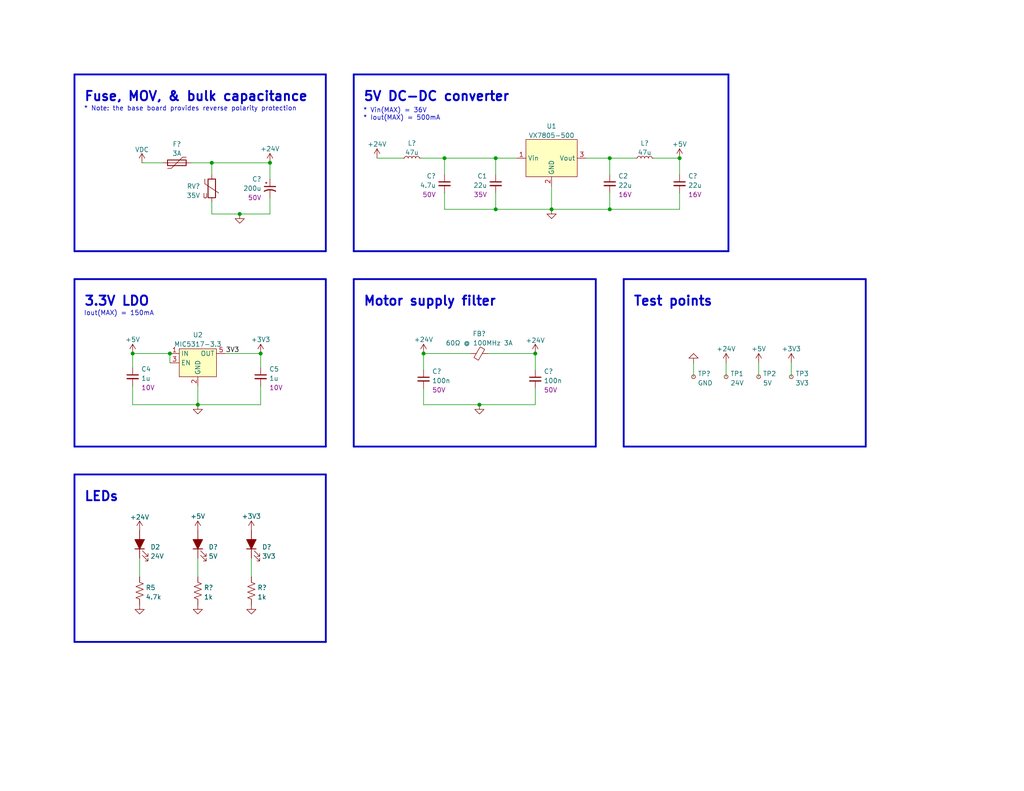
<source format=kicad_sch>
(kicad_sch (version 20211123) (generator eeschema)
  (paper "USLetter")
  (title_block (title "Candela Head") (date "2022-07-27") (rev "v1") (company "Winterbloom") (comment 1 "Alethea Flowers") (comment 2 "CERN-OHL-P V2"))
  (lib_symbols
    (symbol "Connector:TestPoint_Small" (pin_numbers hide) (pin_names (offset 0.762) hide)
      (property "Reference" "TP" (at 0 3.81 0))
      (property "Value" "TestPoint_Small" (at 0 2.032 0))
      (symbol "TestPoint_Small_0_1"
        (circle (center 0 0) (radius 0.508))
      )
      (symbol "TestPoint_Small_1_1"
        (pin passive line (at 0 0 90) (length 0) (name "1") (number "1"))
      )
    )
    (symbol "Device:C_Polarized_Small_US" (pin_numbers hide) (pin_names (offset 0.254) hide)
      (property "Reference" "C" (at 0.254 1.778 0))
      (property "Value" "C_Polarized_Small_US" (at 0.254 -2.032 0))
      (symbol "C_Polarized_Small_US_0_1"
        (polyline (pts (xy -1.524 0.508) (xy 1.524 0.508)) (stroke (width 0.3048)))
        (polyline (pts (xy -1.27 1.524) (xy -0.762 1.524)))
        (polyline (pts (xy -1.016 1.27) (xy -1.016 1.778)))
        (arc (start 1.524 -0.762) (mid 0 -0.3734) (end -1.524 -0.762) (stroke (width 0.3048)))
      )
      (symbol "C_Polarized_Small_US_1_1"
        (pin passive line (at 0 2.54 270) (length 2.032) (name "~") (number "1"))
        (pin passive line (at 0 -2.54 90) (length 2.032) (name "~") (number "2"))
      )
    )
    (symbol "Device:C_Small" (pin_numbers hide) (pin_names (offset 0.254) hide)
      (property "Reference" "C" (at 0.254 1.778 0))
      (property "Value" "C_Small" (at 0.254 -2.032 0))
      (symbol "C_Small_0_1"
        (polyline (pts (xy -1.524 -0.508) (xy 1.524 -0.508)) (stroke (width 0.3302)))
        (polyline (pts (xy -1.524 0.508) (xy 1.524 0.508)) (stroke (width 0.3048)))
      )
      (symbol "C_Small_1_1"
        (pin passive line (at 0 2.54 270) (length 2.032) (name "~") (number "1"))
        (pin passive line (at 0 -2.54 90) (length 2.032) (name "~") (number "2"))
      )
    )
    (symbol "Device:FerriteBead_Small" (pin_numbers hide) (pin_names (offset 0))
      (property "Reference" "FB" (at 1.905 1.27 0))
      (property "Value" "FerriteBead_Small" (at 1.905 -1.27 0))
      (symbol "FerriteBead_Small_0_1"
        (polyline (pts (xy 0 -1.27) (xy 0 -0.7874)))
        (polyline (pts (xy 0 0.889) (xy 0 1.2954)))
        (polyline (pts (xy -1.8288 0.2794) (xy -1.1176 1.4986) (xy 1.8288 -0.2032) (xy 1.1176 -1.4224) (xy -1.8288 0.2794)))
      )
      (symbol "FerriteBead_Small_1_1"
        (pin passive line (at 0 2.54 270) (length 1.27) (name "~") (number "1"))
        (pin passive line (at 0 -2.54 90) (length 1.27) (name "~") (number "2"))
      )
    )
    (symbol "Device:LED_Filled" (pin_numbers hide) (pin_names (offset 1.016) hide)
      (property "Reference" "D" (at 0 2.54 0))
      (property "Value" "LED_Filled" (at 0 -2.54 0))
      (symbol "LED_Filled_0_1"
        (polyline (pts (xy -1.27 -1.27) (xy -1.27 1.27)) (stroke (width 0.254)))
        (polyline (pts (xy -1.27 0) (xy 1.27 0)))
        (polyline (pts (xy 1.27 -1.27) (xy 1.27 1.27) (xy -1.27 0) (xy 1.27 -1.27)) (stroke (width 0.254)) (fill (type outline)))
        (polyline (pts (xy -3.048 -0.762) (xy -4.572 -2.286) (xy -3.81 -2.286) (xy -4.572 -2.286) (xy -4.572 -1.524)))
        (polyline (pts (xy -1.778 -0.762) (xy -3.302 -2.286) (xy -2.54 -2.286) (xy -3.302 -2.286) (xy -3.302 -1.524)))
      )
      (symbol "LED_Filled_1_1"
        (pin passive line (at -3.81 0 0) (length 2.54) (name "K") (number "1"))
        (pin passive line (at 3.81 0 180) (length 2.54) (name "A") (number "2"))
      )
    )
    (symbol "Device:L_Small" (pin_numbers hide) (pin_names (offset 0.254) hide)
      (property "Reference" "L" (at 0.762 1.016 0))
      (property "Value" "L_Small" (at 0.762 -1.016 0))
      (symbol "L_Small_0_1"
        (arc (start 0 -2.032) (mid 0.508 -1.524) (end 0 -1.016))
        (arc (start 0 -1.016) (mid 0.508 -0.508) (end 0 0))
        (arc (start 0 0) (mid 0.508 0.508) (end 0 1.016))
        (arc (start 0 1.016) (mid 0.508 1.524) (end 0 2.032))
      )
      (symbol "L_Small_1_1"
        (pin passive line (at 0 2.54 270) (length 0.508) (name "~") (number "1"))
        (pin passive line (at 0 -2.54 90) (length 0.508) (name "~") (number "2"))
      )
    )
    (symbol "Device:Polyfuse" (pin_numbers hide) (pin_names (offset 0))
      (property "Reference" "F" (at -2.54 0 90))
      (property "Value" "Polyfuse" (at 2.54 0 90))
      (symbol "Polyfuse_0_1"
        (rectangle (start -0.762 2.54) (end 0.762 -2.54) (stroke (width 0.254)))
        (polyline (pts (xy 0 2.54) (xy 0 -2.54)))
        (polyline (pts (xy -1.524 2.54) (xy -1.524 1.524) (xy 1.524 -1.524) (xy 1.524 -2.54)))
      )
      (symbol "Polyfuse_1_1"
        (pin passive line (at 0 3.81 270) (length 1.27) (name "~") (number "1"))
        (pin passive line (at 0 -3.81 90) (length 1.27) (name "~") (number "2"))
      )
    )
    (symbol "Device:R_US" (pin_numbers hide) (pin_names (offset 0))
      (property "Reference" "R" (at 2.54 0 90))
      (property "Value" "R_US" (at -2.54 0 90))
      (symbol "R_US_0_1"
        (polyline (pts (xy 0 -2.286) (xy 0 -2.54)))
        (polyline (pts (xy 0 2.286) (xy 0 2.54)))
        (polyline (pts (xy 0 -0.762) (xy 1.016 -1.143) (xy 0 -1.524) (xy -1.016 -1.905) (xy 0 -2.286)))
        (polyline (pts (xy 0 0.762) (xy 1.016 0.381) (xy 0 0) (xy -1.016 -0.381) (xy 0 -0.762)))
        (polyline (pts (xy 0 2.286) (xy 1.016 1.905) (xy 0 1.524) (xy -1.016 1.143) (xy 0 0.762)))
      )
      (symbol "R_US_1_1"
        (pin passive line (at 0 3.81 270) (length 1.27) (name "~") (number "1"))
        (pin passive line (at 0 -3.81 90) (length 1.27) (name "~") (number "2"))
      )
    )
    (symbol "Device:Varistor" (pin_numbers hide) (pin_names (offset 0))
      (property "Reference" "RV" (at 3.175 0 90))
      (property "Value" "Varistor" (at -3.175 0 90))
      (symbol "Varistor_0_0"
        (text "U" (at -1.778 -2.032 0) (effects (font (size 1.27 1.27))))
      )
      (symbol "Varistor_0_1"
        (rectangle (start -1.016 -2.54) (end 1.016 2.54) (stroke (width 0.254)))
        (polyline (pts (xy -1.905 2.54) (xy -1.905 1.27) (xy 1.905 -1.27)))
      )
      (symbol "Varistor_1_1"
        (pin passive line (at 0 3.81 270) (length 1.27) (name "~") (number "1"))
        (pin passive line (at 0 -3.81 90) (length 1.27) (name "~") (number "2"))
      )
    )
    (symbol "power:+24V" (power) (pin_names (offset 0))
      (property "Value" "+24V" (at 0 3.556 0))
      (symbol "+24V_0_1"
        (polyline (pts (xy -0.762 1.27) (xy 0 2.54)))
        (polyline (pts (xy 0 0) (xy 0 2.54)))
        (polyline (pts (xy 0 2.54) (xy 0.762 1.27)))
      )
      (symbol "+24V_1_1"
        (pin power_in line (at 0 0 90) (length 0) hide (name "+24V") (number "1"))
      )
    )
    (symbol "power:+3V3" (power) (pin_names (offset 0))
      (property "Value" "+3V3" (at 0 3.556 0))
      (symbol "+3V3_0_1"
        (polyline (pts (xy -0.762 1.27) (xy 0 2.54)))
        (polyline (pts (xy 0 0) (xy 0 2.54)))
        (polyline (pts (xy 0 2.54) (xy 0.762 1.27)))
      )
      (symbol "+3V3_1_1"
        (pin power_in line (at 0 0 90) (length 0) hide (name "+3V3") (number "1"))
      )
    )
    (symbol "power:+5V" (power) (pin_names (offset 0))
      (property "Value" "+5V" (at 0 3.556 0))
      (symbol "+5V_0_1"
        (polyline (pts (xy -0.762 1.27) (xy 0 2.54)))
        (polyline (pts (xy 0 0) (xy 0 2.54)))
        (polyline (pts (xy 0 2.54) (xy 0.762 1.27)))
      )
      (symbol "+5V_1_1"
        (pin power_in line (at 0 0 90) (length 0) hide (name "+5V") (number "1"))
      )
    )
    (symbol "power:GND" (power) (pin_names (offset 0))
      (property "Value" "GND" (at 0 -3.81 0))
      (symbol "GND_0_1"
        (polyline (pts (xy 0 0) (xy 0 -1.27) (xy 1.27 -1.27) (xy 0 -2.54) (xy -1.27 -1.27) (xy 0 -1.27)))
      )
      (symbol "GND_1_1"
        (pin power_in line (at 0 0 270) (length 0) hide (name "GND") (number "1"))
      )
    )
    (symbol "power:VDC" (power) (pin_names (offset 0))
      (property "Value" "VDC" (at 0 6.35 0))
      (symbol "VDC_0_1"
        (polyline (pts (xy -0.762 1.27) (xy 0 2.54)))
        (polyline (pts (xy 0 0) (xy 0 2.54)))
        (polyline (pts (xy 0 2.54) (xy 0.762 1.27)))
      )
      (symbol "VDC_1_1"
        (pin power_in line (at 0 0 90) (length 0) hide (name "VDC") (number "1"))
      )
    )
    (symbol "winterbloom:+24VM" (power) (pin_names (offset 0))
      (property "Value" "+24VM" (at 0 3.5758 0))
      (symbol "+24VM_0_1"
        (polyline (pts (xy -0.762 1.27) (xy 0 2.54)))
        (polyline (pts (xy 0 0) (xy 0 2.54)))
        (polyline (pts (xy 0 2.54) (xy 0.762 1.27)))
      )
      (symbol "+24VM_1_1"
        (pin power_in line (at 0 0 90) (length 0) hide (name "+24V") (number "1"))
      )
    )
    (symbol "winterbloom:MIC5317"
      (property "Reference" "U" (at 0 6.35 0))
      (property "Value" "MIC5317" (at 0 3.81 0))
      (symbol "MIC5317_0_0"
        (pin power_in line (at -7.62 1.27 0) (length 2.54) (name "IN") (number "1"))
        (pin power_in line (at 0 -7.62 90) (length 2.54) (name "GND") (number "2"))
        (pin input line (at -7.62 -1.27 0) (length 2.54) (name "EN") (number "3"))
        (pin no_connect line (at 0 0 0) (length 2.54) hide (name "NC") (number "4"))
        (pin power_out line (at 7.62 1.27 180) (length 2.54) (name "OUT") (number "5"))
      )
      (symbol "MIC5317_0_1"
        (rectangle (start -5.08 2.54) (end 5.08 -5.08) (stroke (width 0.1524)) (fill (type background)))
      )
    )
    (symbol "winterbloom:VX7805-500"
      (property "Reference" "U" (at 6.985 -6.35 0))
      (property "Value" "VX7805-500" (at 0 6.35 0))
      (symbol "VX7805-500_0_0"
        (pin power_in line (at -9.525 0 0) (length 2.54) (name "Vin") (number "1"))
        (pin power_in line (at 0 -7.62 90) (length 2.54) (name "GND") (number "2"))
        (pin power_out line (at 9.525 0 180) (length 2.54) (name "Vout") (number "3"))
      )
      (symbol "VX7805-500_0_1"
        (rectangle (start 6.985 -5.08) (end -6.985 5.08) (stroke (width 0.1524)) (fill (type background)))
      )
    )
  )
  (junction (at 73.66 44.45))
  (junction (at 46.355 96.52))
  (junction (at 57.785 44.45))
  (junction (at 65.405 58.42))
  (junction (at 71.12 96.52))
  (junction (at 115.57 96.52))
  (junction (at 121.285 43.18))
  (junction (at 135.255 57.15))
  (junction (at 36.195 96.52))
  (junction (at 166.37 57.15))
  (junction (at 53.975 110.49))
  (junction (at 166.37 43.18))
  (junction (at 150.495 57.15))
  (junction (at 130.81 110.49))
  (junction (at 185.42 43.18))
  (junction (at 146.05 96.52))
  (junction (at 135.255 43.18))
  (polyline (pts (xy 20.32 20.32) (xy 20.32 68.58)) (stroke (width 0.5) (type solid)))
  (wire (pts (xy 36.195 96.52) (xy 46.355 96.52)))
  (wire (pts (xy 71.12 96.52) (xy 71.12 100.33)))
  (polyline (pts (xy 198.755 20.32) (xy 198.755 68.58)) (stroke (width 0.5) (type solid)))
  (polyline (pts (xy 20.32 76.2) (xy 88.9 76.2)) (stroke (width 0.5) (type solid)))
  (wire (pts (xy 53.975 105.41) (xy 53.975 110.49)))
  (wire (pts (xy 166.37 43.18) (xy 173.355 43.18)))
  (polyline (pts (xy 96.52 20.32) (xy 198.755 20.32)) (stroke (width 0.5) (type solid)))
  (wire (pts (xy 65.405 58.42) (xy 73.66 58.42)))
  (wire (pts (xy 146.05 106.045) (xy 146.05 110.49)))
  (wire (pts (xy 38.1 157.48) (xy 38.1 152.4)))
  (wire (pts (xy 185.42 52.705) (xy 185.42 57.15)))
  (polyline (pts (xy 20.32 76.2) (xy 20.32 121.92)) (stroke (width 0.5) (type solid)))
  (wire (pts (xy 150.495 50.8) (xy 150.495 57.15)))
  (polyline (pts (xy 20.32 129.54) (xy 20.32 175.26)) (stroke (width 0.5) (type solid)))
  (wire (pts (xy 115.57 110.49) (xy 130.81 110.49)))
  (polyline (pts (xy 88.9 68.58) (xy 20.32 68.58)) (stroke (width 0.5) (type solid)))
  (wire (pts (xy 36.195 110.49) (xy 53.975 110.49)))
  (wire (pts (xy 115.57 96.52) (xy 115.57 100.965)))
  (wire (pts (xy 215.9 99.06) (xy 215.9 102.87)))
  (wire (pts (xy 185.42 43.18) (xy 185.42 47.625)))
  (wire (pts (xy 57.785 47.625) (xy 57.785 44.45)))
  (wire (pts (xy 53.975 157.48) (xy 53.975 152.4)))
  (wire (pts (xy 36.195 110.49) (xy 36.195 105.41)))
  (wire (pts (xy 189.23 99.06) (xy 189.23 102.87)))
  (wire (pts (xy 68.58 157.48) (xy 68.58 152.4)))
  (wire (pts (xy 140.97 43.18) (xy 135.255 43.18)))
  (wire (pts (xy 121.285 52.705) (xy 121.285 57.15)))
  (wire (pts (xy 150.495 57.15) (xy 166.37 57.15)))
  (wire (pts (xy 65.405 58.42) (xy 57.785 58.42)))
  (polyline (pts (xy 20.32 20.32) (xy 88.9 20.32)) (stroke (width 0.5) (type solid)))
  (wire (pts (xy 53.975 110.49) (xy 71.12 110.49)))
  (wire (pts (xy 207.01 99.06) (xy 207.01 102.87)))
  (wire (pts (xy 114.935 43.18) (xy 121.285 43.18)))
  (polyline (pts (xy 170.18 76.2) (xy 236.22 76.2)) (stroke (width 0.5) (type solid)))
  (wire (pts (xy 121.285 43.18) (xy 135.255 43.18)))
  (wire (pts (xy 166.37 57.15) (xy 166.37 52.705)))
  (wire (pts (xy 130.81 110.49) (xy 146.05 110.49)))
  (wire (pts (xy 52.07 44.45) (xy 57.785 44.45)))
  (wire (pts (xy 166.37 57.15) (xy 185.42 57.15)))
  (wire (pts (xy 115.57 96.52) (xy 128.27 96.52)))
  (wire (pts (xy 73.66 44.45) (xy 73.66 48.895)))
  (polyline (pts (xy 162.56 76.2) (xy 162.56 121.92)) (stroke (width 0.5) (type solid)))
  (polyline (pts (xy 88.9 121.92) (xy 20.32 121.92)) (stroke (width 0.5) (type solid)))
  (wire (pts (xy 36.195 100.33) (xy 36.195 96.52)))
  (polyline (pts (xy 162.56 121.92) (xy 96.52 121.92)) (stroke (width 0.5) (type solid)))
  (polyline (pts (xy 20.32 129.54) (xy 88.9 129.54)) (stroke (width 0.5) (type solid)))
  (wire (pts (xy 160.02 43.18) (xy 166.37 43.18)))
  (polyline (pts (xy 170.18 76.2) (xy 170.18 121.92)) (stroke (width 0.5) (type solid)))
  (polyline (pts (xy 96.52 76.2) (xy 96.52 121.92)) (stroke (width 0.5) (type solid)))
  (polyline (pts (xy 88.9 175.26) (xy 20.32 175.26)) (stroke (width 0.5) (type solid)))
  (wire (pts (xy 73.66 53.975) (xy 73.66 58.42)))
  (wire (pts (xy 121.285 57.15) (xy 135.255 57.15)))
  (polyline (pts (xy 198.755 68.58) (xy 96.52 68.58)) (stroke (width 0.5) (type solid)))
  (wire (pts (xy 135.255 57.15) (xy 150.495 57.15)))
  (wire (pts (xy 135.255 52.705) (xy 135.255 57.15)))
  (wire (pts (xy 71.12 105.41) (xy 71.12 110.49)))
  (wire (pts (xy 133.35 96.52) (xy 146.05 96.52)))
  (wire (pts (xy 38.735 44.45) (xy 44.45 44.45)))
  (wire (pts (xy 46.355 96.52) (xy 46.355 99.06)))
  (wire (pts (xy 61.595 96.52) (xy 71.12 96.52)))
  (wire (pts (xy 57.785 58.42) (xy 57.785 55.245)))
  (polyline (pts (xy 96.52 76.2) (xy 162.56 76.2)) (stroke (width 0.5) (type solid)))
  (wire (pts (xy 146.05 96.52) (xy 146.05 100.965)))
  (wire (pts (xy 135.255 43.18) (xy 135.255 47.625)))
  (polyline (pts (xy 88.9 76.2) (xy 88.9 121.92)) (stroke (width 0.5) (type solid)))
  (polyline (pts (xy 88.9 20.32) (xy 88.9 68.58)) (stroke (width 0.5) (type solid)))
  (wire (pts (xy 102.87 43.18) (xy 109.855 43.18)))
  (wire (pts (xy 198.12 99.06) (xy 198.12 102.87)))
  (wire (pts (xy 166.37 43.18) (xy 166.37 47.625)))
  (polyline (pts (xy 96.52 20.32) (xy 96.52 68.58)) (stroke (width 0.5) (type solid)))
  (polyline (pts (xy 236.22 76.2) (xy 236.22 121.92)) (stroke (width 0.5) (type solid)))
  (wire (pts (xy 178.435 43.18) (xy 185.42 43.18)))
  (wire (pts (xy 121.285 43.18) (xy 121.285 47.625)))
  (wire (pts (xy 57.785 44.45) (xy 73.66 44.45)))
  (wire (pts (xy 115.57 110.49) (xy 115.57 106.045)))
  (polyline (pts (xy 236.22 121.92) (xy 170.18 121.92)) (stroke (width 0.5) (type solid)))
  (polyline (pts (xy 88.9 129.54) (xy 88.9 175.26)) (stroke (width 0.5) (type solid)))
  (text "Test points" (at 172.72 83.82 0) (effects (font (size 2.54 2.54) (thickness 0.508) bold) (justify left bottom)))
  (text "* Note: the base board provides reverse polarity protection" (at 22.86 30.48 0) (effects (font (size 1.27 1.27)) (justify left bottom)))
  (text "Motor supply filter" (at 99.06 83.82 0) (effects (font (size 2.54 2.54) (thickness 0.508) bold) (justify left bottom)))
  (text "3.3V LDO" (at 22.86 83.82 0) (effects (font (size 2.54 2.54) (thickness 0.508) bold) (justify left bottom)))
  (text "Iout(MAX) = 150mA" (at 22.86 86.36 0) (effects (font (size 1.27 1.27)) (justify left bottom)))
  (text "LEDs" (at 22.86 137.16 0) (effects (font (size 2.54 2.54) (thickness 0.508) bold) (justify left bottom)))
  (text "* Vin(MAX) = 36V\n* Iout(MAX) = 500mA" (at 99.06 33.02 0) (effects (font (size 1.27 1.27)) (justify left bottom)))
  (text "5V DC-DC converter" (at 99.06 27.94 0) (effects (font (size 2.54 2.54) (thickness 0.508) bold) (justify left bottom)))
  (text "Fuse, MOV, & bulk capacitance" (at 22.86 27.94 0) (effects (font (size 2.54 2.54) (thickness 0.508) bold) (justify left bottom)))
  (label "3V3" (at 61.595 96.52 0))
  (symbol (lib_id "power:VDC") (at 38.735 44.45 0) (unit 1)
    (property "Reference" "#PWR?" (effects hide))
    (property "Value" "VDC" (at 38.735 40.8742 0))
  )
  (symbol (lib_id "power:+5V") (at 207.01 99.06 0) (unit 1)
    (property "Reference" "#PWR?" (effects hide))
    (property "Value" "+5V" (at 207.01 95.25 0))
  )
  (symbol (lib_id "Device:L_Small") (at 175.895 43.18 90) (unit 1)
    (property "Reference" "L?" (at 175.895 39.0992 90))
    (property "Value" "47u" (at 175.895 41.6361 90))
  )
  (symbol (lib_id "power:GND") (at 53.975 165.1 0) (unit 1)
    (property "Reference" "#PWR?" (effects hide))
    (property "Value" "GND" (effects hide))
  )
  (symbol (lib_id "power:GND") (at 65.405 58.42 0) (unit 1)
    (property "Reference" "#PWR?" (effects hide))
    (property "Value" "GND" (effects hide))
  )
  (symbol (lib_id "Device:R_US") (at 53.975 161.29 0) (unit 1)
    (property "Reference" "R?" (at 55.626 160.4553 0) (effects (justify left)))
    (property "Value" "1k" (at 55.626 162.9922 0) (effects (justify left)))
    (property "Footprint" "Resistor_SMD:R_0603_1608Metric_Pad0.98x0.95mm_HandSolder" (effects hide))
    (property "mpn" "AC0603FR-075K1L" (effects hide))
  )
  (symbol (lib_id "power:GND") (at 53.975 110.49 0) (unit 1)
    (property "Reference" "#PWR06" (effects hide))
    (property "Value" "GND" (effects hide))
  )
  (symbol (lib_id "Device:C_Small") (at 185.42 50.165 0) (unit 1)
    (property "Reference" "C?" (at 187.7441 48.0682 0) (effects (justify left)))
    (property "Value" "22u" (at 187.7441 50.6051 0) (effects (justify left)))
    (property "Footprint" "Capacitor_SMD:C_0805_2012Metric_Pad1.18x1.45mm_HandSolder" (effects hide))
    (property "mpn" "C2012X5R1V226M125AC" (effects hide))
    (property "Rating" "16V" (at 187.7441 53.142 0) (effects (justify left)))
  )
  (symbol (lib_id "Connector:TestPoint_Small") (at 198.12 102.87 180) (unit 1)
    (property "Reference" "TP1" (at 199.263 102.0353 0) (effects (justify right)))
    (property "Value" "24V" (at 199.263 104.5722 0) (effects (justify right)))
    (property "Footprint" "TestPoint:TestPoint_Pad_1.0x1.0mm" (effects hide))
    (property "mpn" "n/a" (effects hide))
  )
  (symbol (lib_id "power:+3V3") (at 71.12 96.52 0) (unit 1)
    (property "Reference" "#PWR07" (effects hide))
    (property "Value" "+3V3" (at 71.12 92.71 0))
  )
  (symbol (lib_id "Device:R_US") (at 68.58 161.29 0) (unit 1)
    (property "Reference" "R?" (at 70.231 160.4553 0) (effects (justify left)))
    (property "Value" "1k" (at 70.231 162.9922 0) (effects (justify left)))
    (property "Footprint" "Resistor_SMD:R_0603_1608Metric_Pad0.98x0.95mm_HandSolder" (effects hide))
    (property "mpn" "AC0603FR-075K1L" (effects hide))
  )
  (symbol (lib_id "Device:Varistor") (at 57.785 51.435 0) (unit 1)
    (property "Reference" "RV?" (at 54.6274 50.8535 0) (effects (justify right)))
    (property "Value" "35V" (at 54.6274 53.3904 0) (effects (justify right)))
  )
  (symbol (lib_id "power:+5V") (at 53.975 144.78 0) (unit 1)
    (property "Reference" "#PWR?" (effects hide))
    (property "Value" "+5V" (at 53.975 140.97 0))
  )
  (symbol (lib_id "power:+5V") (at 36.195 96.52 0) (unit 1)
    (property "Reference" "#PWR05" (effects hide))
    (property "Value" "+5V" (at 36.195 92.71 0))
  )
  (symbol (lib_id "power:+24V") (at 73.66 44.45 0) (unit 1)
    (property "Reference" "#PWR02" (effects hide))
    (property "Value" "+24V" (at 73.66 40.64 0))
  )
  (symbol (lib_id "Device:Polyfuse") (at 48.26 44.45 90) (unit 1)
    (property "Reference" "F?" (at 48.26 39.3532 90))
    (property "Value" "3A" (at 48.26 41.8901 90))
  )
  (symbol (lib_id "power:GND") (at 38.1 165.1 0) (unit 1)
    (property "Reference" "#PWR09" (effects hide))
    (property "Value" "GND" (effects hide))
  )
  (symbol (lib_id "winterbloom:VX7805-500") (at 150.495 43.18 0) (unit 1)
    (property "Reference" "U1" (at 150.495 34.451 0))
    (property "Value" "VX7805-500" (at 150.495 36.9879 0))
    (property "Datasheet" "https://www.mouser.com/datasheet/2/670/vx78_500-1774570.pdf" (effects hide))
  )
  (symbol (lib_id "Device:L_Small") (at 112.395 43.18 90) (unit 1)
    (property "Reference" "L?" (at 112.395 39.0992 90))
    (property "Value" "47u" (at 112.395 41.6361 90))
  )
  (symbol (lib_id "power:+24V") (at 102.87 43.18 0) (unit 1)
    (property "Reference" "#PWR?" (effects hide))
    (property "Value" "+24V" (at 102.87 39.37 0))
  )
  (symbol (lib_id "power:+24V") (at 198.12 99.06 0) (unit 1)
    (property "Reference" "#PWR?" (effects hide))
    (property "Value" "+24V" (at 198.12 95.25 0))
  )
  (symbol (lib_id "power:+24V") (at 115.57 96.52 0) (unit 1)
    (property "Reference" "#PWR?" (effects hide))
    (property "Value" "+24V" (at 115.57 92.71 0))
  )
  (symbol (lib_id "Device:C_Small") (at 36.195 102.87 0) (unit 1)
    (property "Reference" "C4" (at 38.5191 100.7732 0) (effects (justify left)))
    (property "Value" "1u" (at 38.5191 103.3101 0) (effects (justify left)))
    (property "Footprint" "Capacitor_SMD:C_0402_1005Metric_Pad0.74x0.62mm_HandSolder" (effects hide))
    (property "mpn" "CL05A105KO5NNNC" (effects hide))
    (property "Rating" "10V" (at 38.5191 105.847 0) (effects (justify left)))
  )
  (symbol (lib_id "power:GND") (at 130.81 110.49 0) (unit 1)
    (property "Reference" "#PWR?" (effects hide))
    (property "Value" "GND" (effects hide))
  )
  (symbol (lib_id "power:+3V3") (at 215.9 99.06 0) (unit 1)
    (property "Reference" "#PWR?" (effects hide))
    (property "Value" "+3V3" (at 215.9 95.25 0))
  )
  (symbol (lib_id "Device:LED_Filled") (at 53.975 148.59 90) (unit 1)
    (property "Reference" "D?" (at 56.896 149.3428 90) (effects (justify right)))
    (property "Value" "5V" (at 56.896 151.8797 90) (effects (justify right)))
    (property "Footprint" "winterbloom:LED_0805_Kingbright_APT2012" (effects hide))
    (property "mpn" "APT2012EC" (effects hide))
  )
  (symbol (lib_id "Device:R_US") (at 38.1 161.29 0) (unit 1)
    (property "Reference" "R5" (at 39.751 160.4553 0) (effects (justify left)))
    (property "Value" "4.7k" (at 39.751 162.9922 0) (effects (justify left)))
    (property "Footprint" "Resistor_SMD:R_0603_1608Metric_Pad0.98x0.95mm_HandSolder" (effects hide))
    (property "mpn" "AC0603FR-075K1L" (effects hide))
  )
  (symbol (lib_id "power:+24V") (at 38.1 144.78 0) (unit 1)
    (property "Reference" "#PWR08" (effects hide))
    (property "Value" "+24V" (at 38.1 141.2042 0))
  )
  (symbol (lib_id "Device:C_Small") (at 166.37 50.165 0) (unit 1)
    (property "Reference" "C2" (at 168.6941 48.0682 0) (effects (justify left)))
    (property "Value" "22u" (at 168.6941 50.6051 0) (effects (justify left)))
    (property "Footprint" "Capacitor_SMD:C_0805_2012Metric_Pad1.18x1.45mm_HandSolder" (effects hide))
    (property "mpn" "C2012X5R1V226M125AC" (effects hide))
    (property "Rating" "16V" (at 168.6941 53.142 0) (effects (justify left)))
  )
  (symbol (lib_id "power:GND") (at 150.495 57.15 0) (unit 1)
    (property "Reference" "#PWR03" (effects hide))
    (property "Value" "GND" (effects hide))
  )
  (symbol (lib_id "Device:C_Small") (at 135.255 50.165 0) (unit 1)
    (property "Reference" "C1" (at 132.931 48.0682 0) (effects (justify right)))
    (property "Value" "22u" (at 132.931 50.6051 0) (effects (justify right)))
    (property "Footprint" "Capacitor_SMD:C_0805_2012Metric_Pad1.18x1.45mm_HandSolder" (effects hide))
    (property "mpn" "C2012X5R1V226M125AC" (effects hide))
    (property "Rating" "35V" (at 132.931 53.142 0) (effects (justify right)))
  )
  (symbol (lib_id "Connector:TestPoint_Small") (at 207.01 102.87 0) (unit 1)
    (property "Reference" "TP2" (at 208.153 102.0353 0) (effects (justify left)))
    (property "Value" "5V" (at 208.153 104.5722 0) (effects (justify left)))
    (property "Footprint" "TestPoint:TestPoint_Pad_D1.0mm" (effects hide))
    (property "mpn" "n/a" (effects hide))
  )
  (symbol (lib_id "Connector:TestPoint_Small") (at 189.23 102.87 180) (unit 1)
    (property "Reference" "TP?" (at 190.373 102.0353 0) (effects (justify right)))
    (property "Value" "GND" (at 190.373 104.5722 0) (effects (justify right)))
    (property "Footprint" "TestPoint:TestPoint_Pad_1.0x1.0mm" (effects hide))
    (property "mpn" "n/a" (effects hide))
  )
  (symbol (lib_id "Device:C_Small") (at 146.05 103.505 0) (unit 1)
    (property "Reference" "C?" (at 148.3741 101.4082 0) (effects (justify left)))
    (property "Value" "100n" (at 148.3741 103.9451 0) (effects (justify left)))
    (property "Footprint" "Capacitor_SMD:C_0402_1005Metric_Pad0.74x0.62mm_HandSolder" (effects hide))
    (property "mpn" "CL05A105KO5NNNC" (effects hide))
    (property "Rating" "50V" (at 148.3741 106.482 0) (effects (justify left)))
  )
  (symbol (lib_id "winterbloom:+24VM") (at 146.05 96.52 0) (unit 1)
    (property "Reference" "#PWR?" (effects hide))
    (property "Value" "+24VM" (at 146.05 92.9442 0))
  )
  (symbol (lib_id "Device:LED_Filled") (at 38.1 148.59 90) (unit 1)
    (property "Reference" "D2" (at 41.021 149.3428 90) (effects (justify right)))
    (property "Value" "24V" (at 41.021 151.8797 90) (effects (justify right)))
    (property "Footprint" "winterbloom:LED_0805_Kingbright_APT2012" (effects hide))
    (property "mpn" "APT2012EC" (effects hide))
  )
  (symbol (lib_id "power:GND") (at 68.58 165.1 0) (unit 1)
    (property "Reference" "#PWR?" (effects hide))
    (property "Value" "GND" (effects hide))
  )
  (symbol (lib_id "Connector:TestPoint_Small") (at 215.9 102.87 180) (unit 1)
    (property "Reference" "TP3" (at 218.8762 102.0353 0))
    (property "Value" "3V3" (at 218.8762 104.5722 0))
    (property "Footprint" "TestPoint:TestPoint_Pad_D1.0mm" (effects hide))
    (property "mpn" "n/a" (effects hide))
  )
  (symbol (lib_id "Device:C_Small") (at 121.285 50.165 0) (unit 1)
    (property "Reference" "C?" (at 118.961 48.0682 0) (effects (justify right)))
    (property "Value" "4.7u" (at 118.961 50.6051 0) (effects (justify right)))
    (property "Footprint" "Capacitor_SMD:C_0805_2012Metric_Pad1.18x1.45mm_HandSolder" (effects hide))
    (property "mpn" "C2012X5R1V226M125AC" (effects hide))
    (property "Rating" "50V" (at 118.961 53.142 0) (effects (justify right)))
  )
  (symbol (lib_id "winterbloom:MIC5317") (at 53.975 97.79 0) (unit 1)
    (property "Reference" "U2" (at 53.975 91.44 0))
    (property "Value" "MIC5317-3.3" (at 53.975 93.98 0))
    (property "Footprint" "Package_TO_SOT_SMD:SOT-23-5" (effects hide))
    (property "Datasheet" "https://www.mouser.com/datasheet/2/268/MIC5317_High_Performance_Single_150mA_LDO_DS200061-1891237.pdf" (effects hide))
    (property "mpn" "MIC5317-3.3YD5" (effects hide))
  )
  (symbol (lib_id "power:GND") (at 189.23 99.06 180) (unit 1)
    (property "Reference" "#PWR?" (effects hide))
    (property "Value" "GND" (effects hide))
  )
  (symbol (lib_id "Device:FerriteBead_Small") (at 130.81 96.52 90) (unit 1)
    (property "Reference" "FB?" (at 130.7719 91.1184 90))
    (property "Value" "60Ω @ 100MHz 3A" (at 130.7719 93.6553 90))
  )
  (symbol (lib_id "Device:C_Small") (at 115.57 103.505 0) (unit 1)
    (property "Reference" "C?" (at 117.8941 101.4082 0) (effects (justify left)))
    (property "Value" "100n" (at 117.8941 103.9451 0) (effects (justify left)))
    (property "Footprint" "Capacitor_SMD:C_0402_1005Metric_Pad0.74x0.62mm_HandSolder" (effects hide))
    (property "mpn" "CL05A105KO5NNNC" (effects hide))
    (property "Rating" "50V" (at 117.8941 106.482 0) (effects (justify left)))
  )
  (symbol (lib_id "power:+3V3") (at 68.58 144.78 0) (unit 1)
    (property "Reference" "#PWR?" (effects hide))
    (property "Value" "+3V3" (at 68.58 140.97 0))
  )
  (symbol (lib_id "power:+5V") (at 185.42 43.18 0) (unit 1)
    (property "Reference" "#PWR04" (effects hide))
    (property "Value" "+5V" (at 185.42 39.37 0))
  )
  (symbol (lib_id "Device:C_Small") (at 71.12 102.87 0) (unit 1)
    (property "Reference" "C5" (at 73.4441 100.7732 0) (effects (justify left)))
    (property "Value" "1u" (at 73.4441 103.3101 0) (effects (justify left)))
    (property "Footprint" "Capacitor_SMD:C_0402_1005Metric_Pad0.74x0.62mm_HandSolder" (effects hide))
    (property "mpn" "CL05A105KO5NNNC" (effects hide))
    (property "Rating" "10V" (at 73.4441 105.847 0) (effects (justify left)))
  )
  (symbol (lib_id "Device:C_Polarized_Small_US") (at 73.66 51.435 0) (unit 1)
    (property "Reference" "C?" (at 71.3486 48.9001 0) (effects (justify right)))
    (property "Value" "200u" (at 71.3486 51.437 0) (effects (justify right)))
    (property "Rating" "50V" (at 71.3486 53.9739 0) (effects (justify right)))
  )
  (symbol (lib_id "Device:LED_Filled") (at 68.58 148.59 90) (unit 1)
    (property "Reference" "D?" (at 71.501 149.3428 90) (effects (justify right)))
    (property "Value" "3V3" (at 71.501 151.8797 90) (effects (justify right)))
    (property "Footprint" "winterbloom:LED_0805_Kingbright_APT2012" (effects hide))
    (property "mpn" "APT2012EC" (effects hide))
  )
)
</source>
